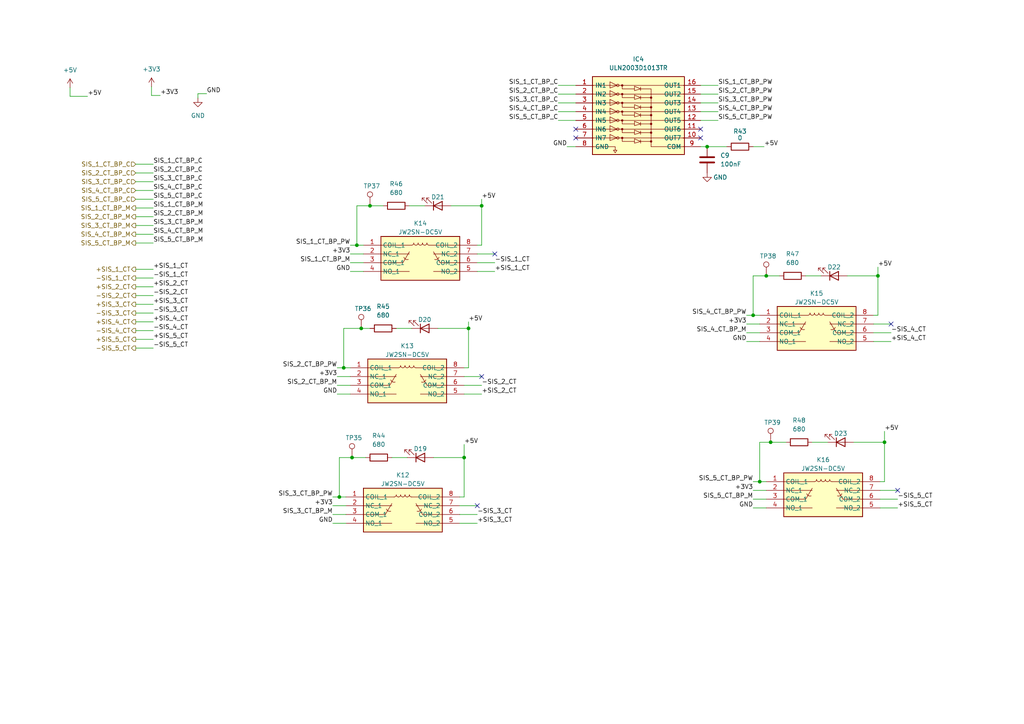
<source format=kicad_sch>
(kicad_sch (version 20211123) (generator eeschema)
  (paper "A4")
  (title_block (title "SAL/T") (date "2024-02-29") (rev "1.2") (company "Universidad de Buenos Aires") (comment 1 "Revisor: Adrian Laiuppa") (comment 2 "Autor: Martín Anús") (comment 3 "Placa principal"))
  (lib_symbols
    (symbol "JW2SN-DC5V_1"
      (property "Reference" "K" (at 16.51 6.35 0))
      (property "Value" "JW2SN-DC5V_1" (at 16.51 3.81 0))
      (symbol "JW2SN-DC5V_1_0_1"
        (polyline (pts (xy 5.08 -7.62) (xy 13.335 -7.62)))
        (polyline (pts (xy 5.08 -5.08) (xy 11.43 -5.08)))
        (polyline (pts (xy 5.08 -2.54) (xy 13.335 -2.54)))
        (polyline (pts (xy 5.08 0) (xy 13.97 0)))
        (polyline (pts (xy 11.43 -5.08) (xy 13.335 -1.905)))
        (polyline (pts (xy 19.05 0) (xy 27.94 0)))
        (polyline (pts (xy 22.225 -5.08) (xy 20.32 -1.905)))
        (polyline (pts (xy 27.94 -7.62) (xy 20.32 -7.62)))
        (polyline (pts (xy 27.94 -5.08) (xy 22.225 -5.08)))
        (polyline (pts (xy 27.94 -2.54) (xy 20.32 -2.54)))
        (arc (start 11.7486 -3.4904) (mid 11.6152 -5.3445) (end 13.0186 -4.1254))
        (arc (start 13.97 0) (mid 15.054 -0.449) (end 14.605 0.635))
        (arc (start 14.605 0.635) (mid 14.156 -0.449) (end 15.24 0))
        (arc (start 15.24 0) (mid 16.324 -0.449) (end 15.875 0.635))
        (arc (start 15.875 0.635) (mid 15.426 -0.449) (end 16.51 0))
        (arc (start 16.51 0) (mid 17.594 -0.449) (end 17.145 0.635))
        (arc (start 17.145 0.635) (mid 16.696 -0.449) (end 17.78 0))
        (arc (start 17.78 0) (mid 18.864 -0.449) (end 18.415 0.635))
        (arc (start 18.415 0.635) (mid 17.966 -0.449) (end 19.05 0))
        (arc (start 20.6375 -4.1275) (mid 22.039 -5.343) (end 21.9075 -3.4925))
      )
      (symbol "JW2SN-DC5V_1_1_1"
        (rectangle (start 5.08 2.54) (end 27.94 -10.16) (stroke (width 0.254)) (fill (type background)))
        (pin passive line (at 0 0 0) (length 5.08) (name "COIL_1") (number "1"))
        (pin passive line (at 0 -2.54 0) (length 5.08) (name "NC_1") (number "2"))
        (pin passive line (at 0 -5.08 0) (length 5.08) (name "COM_1") (number "3"))
        (pin passive line (at 0 -7.62 0) (length 5.08) (name "NO_1") (number "4"))
        (pin passive line (at 33.02 -7.62 180) (length 5.08) (name "NO_2") (number "5"))
        (pin passive line (at 33.02 -5.08 180) (length 5.08) (name "COM_2") (number "6"))
        (pin passive line (at 33.02 -2.54 180) (length 5.08) (name "NC_2") (number "7"))
        (pin passive line (at 33.02 0 180) (length 5.08) (name "COIL_2") (number "8"))
      )
    )
    (symbol "JW2SN-DC5V_2"
      (property "Reference" "K" (at 16.51 6.35 0))
      (property "Value" "JW2SN-DC5V_2" (at 16.51 3.81 0))
      (symbol "JW2SN-DC5V_2_0_1"
        (polyline (pts (xy 5.08 -7.62) (xy 13.335 -7.62)))
        (polyline (pts (xy 5.08 -5.08) (xy 11.43 -5.08)))
        (polyline (pts (xy 5.08 -2.54) (xy 13.335 -2.54)))
        (polyline (pts (xy 5.08 0) (xy 13.97 0)))
        (polyline (pts (xy 11.43 -5.08) (xy 13.335 -1.905)))
        (polyline (pts (xy 19.05 0) (xy 27.94 0)))
        (polyline (pts (xy 22.225 -5.08) (xy 20.32 -1.905)))
        (polyline (pts (xy 27.94 -7.62) (xy 20.32 -7.62)))
        (polyline (pts (xy 27.94 -5.08) (xy 22.225 -5.08)))
        (polyline (pts (xy 27.94 -2.54) (xy 20.32 -2.54)))
        (arc (start 11.7486 -3.4904) (mid 11.6152 -5.3445) (end 13.0186 -4.1254))
        (arc (start 13.97 0) (mid 15.054 -0.449) (end 14.605 0.635))
        (arc (start 14.605 0.635) (mid 14.156 -0.449) (end 15.24 0))
        (arc (start 15.24 0) (mid 16.324 -0.449) (end 15.875 0.635))
        (arc (start 15.875 0.635) (mid 15.426 -0.449) (end 16.51 0))
        (arc (start 16.51 0) (mid 17.594 -0.449) (end 17.145 0.635))
        (arc (start 17.145 0.635) (mid 16.696 -0.449) (end 17.78 0))
        (arc (start 17.78 0) (mid 18.864 -0.449) (end 18.415 0.635))
        (arc (start 18.415 0.635) (mid 17.966 -0.449) (end 19.05 0))
        (arc (start 20.6375 -4.1275) (mid 22.039 -5.343) (end 21.9075 -3.4925))
      )
      (symbol "JW2SN-DC5V_2_1_1"
        (rectangle (start 5.08 2.54) (end 27.94 -10.16) (stroke (width 0.254)) (fill (type background)))
        (pin passive line (at 0 0 0) (length 5.08) (name "COIL_1") (number "1"))
        (pin passive line (at 0 -2.54 0) (length 5.08) (name "NC_1") (number "2"))
        (pin passive line (at 0 -5.08 0) (length 5.08) (name "COM_1") (number "3"))
        (pin passive line (at 0 -7.62 0) (length 5.08) (name "NO_1") (number "4"))
        (pin passive line (at 33.02 -7.62 180) (length 5.08) (name "NO_2") (number "5"))
        (pin passive line (at 33.02 -5.08 180) (length 5.08) (name "COM_2") (number "6"))
        (pin passive line (at 33.02 -2.54 180) (length 5.08) (name "NC_2") (number "7"))
        (pin passive line (at 33.02 0 180) (length 5.08) (name "COIL_2") (number "8"))
      )
    )
    (symbol "JW2SN-DC5V_3"
      (property "Reference" "K" (at 16.51 6.35 0))
      (property "Value" "JW2SN-DC5V_3" (at 16.51 3.81 0))
      (symbol "JW2SN-DC5V_3_0_1"
        (polyline (pts (xy 5.08 -7.62) (xy 13.335 -7.62)))
        (polyline (pts (xy 5.08 -5.08) (xy 11.43 -5.08)))
        (polyline (pts (xy 5.08 -2.54) (xy 13.335 -2.54)))
        (polyline (pts (xy 5.08 0) (xy 13.97 0)))
        (polyline (pts (xy 11.43 -5.08) (xy 13.335 -1.905)))
        (polyline (pts (xy 19.05 0) (xy 27.94 0)))
        (polyline (pts (xy 22.225 -5.08) (xy 20.32 -1.905)))
        (polyline (pts (xy 27.94 -7.62) (xy 20.32 -7.62)))
        (polyline (pts (xy 27.94 -5.08) (xy 22.225 -5.08)))
        (polyline (pts (xy 27.94 -2.54) (xy 20.32 -2.54)))
        (arc (start 11.7486 -3.4904) (mid 11.6152 -5.3445) (end 13.0186 -4.1254))
        (arc (start 13.97 0) (mid 15.054 -0.449) (end 14.605 0.635))
        (arc (start 14.605 0.635) (mid 14.156 -0.449) (end 15.24 0))
        (arc (start 15.24 0) (mid 16.324 -0.449) (end 15.875 0.635))
        (arc (start 15.875 0.635) (mid 15.426 -0.449) (end 16.51 0))
        (arc (start 16.51 0) (mid 17.594 -0.449) (end 17.145 0.635))
        (arc (start 17.145 0.635) (mid 16.696 -0.449) (end 17.78 0))
        (arc (start 17.78 0) (mid 18.864 -0.449) (end 18.415 0.635))
        (arc (start 18.415 0.635) (mid 17.966 -0.449) (end 19.05 0))
        (arc (start 20.6375 -4.1275) (mid 22.039 -5.343) (end 21.9075 -3.4925))
      )
      (symbol "JW2SN-DC5V_3_1_1"
        (rectangle (start 5.08 2.54) (end 27.94 -10.16) (stroke (width 0.254)) (fill (type background)))
        (pin passive line (at 0 0 0) (length 5.08) (name "COIL_1") (number "1"))
        (pin passive line (at 0 -2.54 0) (length 5.08) (name "NC_1") (number "2"))
        (pin passive line (at 0 -5.08 0) (length 5.08) (name "COM_1") (number "3"))
        (pin passive line (at 0 -7.62 0) (length 5.08) (name "NO_1") (number "4"))
        (pin passive line (at 33.02 -7.62 180) (length 5.08) (name "NO_2") (number "5"))
        (pin passive line (at 33.02 -5.08 180) (length 5.08) (name "COM_2") (number "6"))
        (pin passive line (at 33.02 -2.54 180) (length 5.08) (name "NC_2") (number "7"))
        (pin passive line (at 33.02 0 180) (length 5.08) (name "COIL_2") (number "8"))
      )
    )
    (symbol "JW2SN-DC5V_4"
      (property "Reference" "K" (at 16.51 6.35 0))
      (property "Value" "JW2SN-DC5V_4" (at 16.51 3.81 0))
      (symbol "JW2SN-DC5V_4_0_1"
        (polyline (pts (xy 5.08 -7.62) (xy 13.335 -7.62)))
        (polyline (pts (xy 5.08 -5.08) (xy 11.43 -5.08)))
        (polyline (pts (xy 5.08 -2.54) (xy 13.335 -2.54)))
        (polyline (pts (xy 5.08 0) (xy 13.97 0)))
        (polyline (pts (xy 11.43 -5.08) (xy 13.335 -1.905)))
        (polyline (pts (xy 19.05 0) (xy 27.94 0)))
        (polyline (pts (xy 22.225 -5.08) (xy 20.32 -1.905)))
        (polyline (pts (xy 27.94 -7.62) (xy 20.32 -7.62)))
        (polyline (pts (xy 27.94 -5.08) (xy 22.225 -5.08)))
        (polyline (pts (xy 27.94 -2.54) (xy 20.32 -2.54)))
        (arc (start 11.7486 -3.4904) (mid 11.6152 -5.3445) (end 13.0186 -4.1254))
        (arc (start 13.97 0) (mid 15.054 -0.449) (end 14.605 0.635))
        (arc (start 14.605 0.635) (mid 14.156 -0.449) (end 15.24 0))
        (arc (start 15.24 0) (mid 16.324 -0.449) (end 15.875 0.635))
        (arc (start 15.875 0.635) (mid 15.426 -0.449) (end 16.51 0))
        (arc (start 16.51 0) (mid 17.594 -0.449) (end 17.145 0.635))
        (arc (start 17.145 0.635) (mid 16.696 -0.449) (end 17.78 0))
        (arc (start 17.78 0) (mid 18.864 -0.449) (end 18.415 0.635))
        (arc (start 18.415 0.635) (mid 17.966 -0.449) (end 19.05 0))
        (arc (start 20.6375 -4.1275) (mid 22.039 -5.343) (end 21.9075 -3.4925))
      )
      (symbol "JW2SN-DC5V_4_1_1"
        (rectangle (start 5.08 2.54) (end 27.94 -10.16) (stroke (width 0.254)) (fill (type background)))
        (pin passive line (at 0 0 0) (length 5.08) (name "COIL_1") (number "1"))
        (pin passive line (at 0 -2.54 0) (length 5.08) (name "NC_1") (number "2"))
        (pin passive line (at 0 -5.08 0) (length 5.08) (name "COM_1") (number "3"))
        (pin passive line (at 0 -7.62 0) (length 5.08) (name "NO_1") (number "4"))
        (pin passive line (at 33.02 -7.62 180) (length 5.08) (name "NO_2") (number "5"))
        (pin passive line (at 33.02 -5.08 180) (length 5.08) (name "COM_2") (number "6"))
        (pin passive line (at 33.02 -2.54 180) (length 5.08) (name "NC_2") (number "7"))
        (pin passive line (at 33.02 0 180) (length 5.08) (name "COIL_2") (number "8"))
      )
    )
    (symbol "power:+3V3" (power) (pin_names (offset 0))
      (property "Value" "+3V3" (at 0 3.556 0))
      (symbol "+3V3_0_1"
        (polyline (pts (xy -0.762 1.27) (xy 0 2.54)))
        (polyline (pts (xy 0 0) (xy 0 2.54)))
        (polyline (pts (xy 0 2.54) (xy 0.762 1.27)))
      )
      (symbol "+3V3_1_1"
        (pin power_in line (at 0 0 90) (length 0) hide (name "+3V3") (number "1"))
      )
    )
    (symbol "power:+5V" (power) (pin_names (offset 0))
      (property "Value" "+5V" (at 0 3.556 0))
      (symbol "+5V_0_1"
        (polyline (pts (xy -0.762 1.27) (xy 0 2.54)))
        (polyline (pts (xy 0 0) (xy 0 2.54)))
        (polyline (pts (xy 0 2.54) (xy 0.762 1.27)))
      )
      (symbol "+5V_1_1"
        (pin power_in line (at 0 0 90) (length 0) hide (name "+5V") (number "1"))
      )
    )
    (symbol "power:GND" (power) (pin_names (offset 0))
      (property "Value" "GND" (at 0 -3.81 0))
      (symbol "GND_0_1"
        (polyline (pts (xy 0 0) (xy 0 -1.27) (xy 1.27 -1.27) (xy 0 -2.54) (xy -1.27 -1.27) (xy 0 -1.27)))
      )
      (symbol "GND_1_1"
        (pin power_in line (at 0 0 270) (length 0) hide (name "GND") (number "1"))
      )
    )
    (symbol "salt:C_100nF" (pin_numbers hide) (pin_names (offset 0.254))
      (property "Reference" "C" (at 0.635 2.54 0))
      (property "Value" "C_100nF" (at 0.635 -2.54 0))
      (symbol "C_100nF_0_1"
        (polyline (pts (xy -2.032 -0.762) (xy 2.032 -0.762)) (stroke (width 0.508)))
        (polyline (pts (xy -2.032 0.762) (xy 2.032 0.762)) (stroke (width 0.508)))
      )
      (symbol "C_100nF_1_1"
        (pin passive line (at 0 3.81 270) (length 2.794) (name "~") (number "1"))
        (pin passive line (at 0 -3.81 90) (length 2.794) (name "~") (number "2"))
      )
    )
    (symbol "salt:JW2SN-DC5V"
      (property "Reference" "K" (at 16.51 6.35 0))
      (property "Value" "JW2SN-DC5V" (at 16.51 3.81 0))
      (symbol "JW2SN-DC5V_0_1"
        (polyline (pts (xy 5.08 -7.62) (xy 13.335 -7.62)))
        (polyline (pts (xy 5.08 -5.08) (xy 11.43 -5.08)))
        (polyline (pts (xy 5.08 -2.54) (xy 13.335 -2.54)))
        (polyline (pts (xy 5.08 0) (xy 13.97 0)))
        (polyline (pts (xy 11.43 -5.08) (xy 13.335 -1.905)))
        (polyline (pts (xy 19.05 0) (xy 27.94 0)))
        (polyline (pts (xy 22.225 -5.08) (xy 20.32 -1.905)))
        (polyline (pts (xy 27.94 -7.62) (xy 20.32 -7.62)))
        (polyline (pts (xy 27.94 -5.08) (xy 22.225 -5.08)))
        (polyline (pts (xy 27.94 -2.54) (xy 20.32 -2.54)))
        (arc (start 11.7486 -3.4904) (mid 11.6152 -5.3445) (end 13.0186 -4.1254))
        (arc (start 13.97 0) (mid 15.054 -0.449) (end 14.605 0.635))
        (arc (start 14.605 0.635) (mid 14.156 -0.449) (end 15.24 0))
        (arc (start 15.24 0) (mid 16.324 -0.449) (end 15.875 0.635))
        (arc (start 15.875 0.635) (mid 15.426 -0.449) (end 16.51 0))
        (arc (start 16.51 0) (mid 17.594 -0.449) (end 17.145 0.635))
        (arc (start 17.145 0.635) (mid 16.696 -0.449) (end 17.78 0))
        (arc (start 17.78 0) (mid 18.864 -0.449) (end 18.415 0.635))
        (arc (start 18.415 0.635) (mid 17.966 -0.449) (end 19.05 0))
        (arc (start 20.6375 -4.1275) (mid 22.039 -5.343) (end 21.9075 -3.4925))
      )
      (symbol "JW2SN-DC5V_1_1"
        (rectangle (start 5.08 2.54) (end 27.94 -10.16) (stroke (width 0.254)) (fill (type background)))
        (pin passive line (at 0 0 0) (length 5.08) (name "COIL_1") (number "1"))
        (pin passive line (at 0 -2.54 0) (length 5.08) (name "NC_1") (number "2"))
        (pin passive line (at 0 -5.08 0) (length 5.08) (name "COM_1") (number "3"))
        (pin passive line (at 0 -7.62 0) (length 5.08) (name "NO_1") (number "4"))
        (pin passive line (at 33.02 -7.62 180) (length 5.08) (name "NO_2") (number "5"))
        (pin passive line (at 33.02 -5.08 180) (length 5.08) (name "COM_2") (number "6"))
        (pin passive line (at 33.02 -2.54 180) (length 5.08) (name "NC_2") (number "7"))
        (pin passive line (at 33.02 0 180) (length 5.08) (name "COIL_2") (number "8"))
      )
    )
    (symbol "salt:LED" (pin_numbers hide) (pin_names (offset 1.016) hide)
      (property "Reference" "D" (at 0 2.54 0))
      (symbol "LED_0_1"
        (polyline (pts (xy -1.27 -1.27) (xy -1.27 1.27)) (stroke (width 0.254)))
        (polyline (pts (xy -1.27 0) (xy 1.27 0)))
        (polyline (pts (xy 1.27 -1.27) (xy 1.27 1.27) (xy -1.27 0) (xy 1.27 -1.27)) (stroke (width 0.254)))
        (polyline (pts (xy -3.048 -0.762) (xy -4.572 -2.286) (xy -3.81 -2.286) (xy -4.572 -2.286) (xy -4.572 -1.524)))
        (polyline (pts (xy -1.778 -0.762) (xy -3.302 -2.286) (xy -2.54 -2.286) (xy -3.302 -2.286) (xy -3.302 -1.524)))
      )
      (symbol "LED_1_1"
        (pin passive line (at -3.81 0 0) (length 2.54) (name "K") (number "1"))
        (pin passive line (at 3.81 0 180) (length 2.54) (name "A") (number "2"))
      )
    )
    (symbol "salt:R_0" (pin_numbers hide) (pin_names (offset 1.016) hide)
      (property "Reference" "R" (at -2.032 1.524 0))
      (property "Value" "R_0" (at -4.318 -0.254 0))
      (symbol "R_0_0_1"
        (rectangle (start -1.016 -2.54) (end 1.016 2.54) (stroke (width 0.254)))
      )
      (symbol "R_0_1_1"
        (pin passive line (at 0 3.81 270) (length 1.27) (name "~") (number "1"))
        (pin passive line (at 0 -3.81 90) (length 1.27) (name "~") (number "2"))
      )
    )
    (symbol "salt:R_680" (pin_numbers hide) (pin_names (offset 1.016) hide)
      (property "Reference" "R" (at -2.032 1.524 0))
      (property "Value" "R_680" (at -4.318 -0.254 0))
      (symbol "R_680_0_1"
        (rectangle (start -1.016 -2.54) (end 1.016 2.54) (stroke (width 0.254)))
      )
      (symbol "R_680_1_1"
        (pin passive line (at 0 3.81 270) (length 1.27) (name "~") (number "1"))
        (pin passive line (at 0 -3.81 90) (length 1.27) (name "~") (number "2"))
      )
    )
    (symbol "salt:TestPoint" (pin_numbers hide) (pin_names (offset 0.762) hide)
      (property "Reference" "TP" (at 0 6.858 0))
      (property "Value" "TestPoint" (at 0 5.08 0))
      (symbol "TestPoint_0_1"
        (circle (center 0 3.302) (radius 0.762))
      )
      (symbol "TestPoint_1_1"
        (pin passive line (at 0 0 90) (length 2.54) (name "1") (number "1"))
      )
    )
    (symbol "salt:ULN2003D1013TR"
      (property "Reference" "IC" (at 27.178 5.588 0))
      (property "Value" "ULN2003D1013TR" (at 28.194 3.556 0))
      (symbol "ULN2003D1013TR_0_0"
        (text "" (at 10.922 -13.208 0) (effects (font (size 1.27 1.27))))
      )
      (symbol "ULN2003D1013TR_0_1"
        (polyline (pts (xy 4.826 0) (xy 30.988 0)))
        (polyline (pts (xy 5.08 -15.24) (xy 31.496 -15.24)))
        (polyline (pts (xy 5.08 -12.7) (xy 31.242 -12.7)))
        (polyline (pts (xy 5.08 -10.16) (xy 31.242 -10.16)))
        (polyline (pts (xy 5.08 -7.62) (xy 31.242 -7.62)))
        (polyline (pts (xy 5.08 -5.08) (xy 31.242 -5.08)))
        (polyline (pts (xy 5.08 -2.54) (xy 31.242 -2.54)))
        (polyline (pts (xy 18.542 -8.636) (xy 21.59 -8.636)))
        (polyline (pts (xy 18.542 -6.35) (xy 21.59 -6.35)))
        (polyline (pts (xy 18.796 -16.256) (xy 21.844 -16.256)))
        (polyline (pts (xy 18.796 -15.748) (xy 18.796 -16.764)))
        (polyline (pts (xy 18.796 -13.716) (xy 21.844 -13.716)))
        (polyline (pts (xy 18.796 -13.208) (xy 18.796 -14.224)))
        (polyline (pts (xy 18.796 -11.176) (xy 21.844 -11.176)))
        (polyline (pts (xy 18.796 -10.668) (xy 18.796 -11.684)))
        (polyline (pts (xy 18.796 -8.128) (xy 18.796 -9.144)))
        (polyline (pts (xy 18.796 -5.842) (xy 18.796 -6.858)))
        (polyline (pts (xy 18.796 -3.556) (xy 21.844 -3.556)))
        (polyline (pts (xy 18.796 -3.048) (xy 18.796 -4.064)))
        (polyline (pts (xy 18.796 -0.508) (xy 18.796 -1.524)))
        (polyline (pts (xy 21.844 -17.78) (xy 31.496 -17.78)))
        (polyline (pts (xy 5.08 -17.78) (xy 11.43 -17.78) (xy 11.43 -18.796)))
        (polyline (pts (xy 13.462 -15.24) (xy 13.462 -16.256) (xy 17.018 -16.256)))
        (polyline (pts (xy 13.462 -12.7) (xy 13.462 -13.716) (xy 17.018 -13.716)))
        (polyline (pts (xy 13.462 -10.16) (xy 13.462 -11.176) (xy 17.018 -11.176)))
        (polyline (pts (xy 13.462 -7.62) (xy 13.462 -8.636) (xy 17.018 -8.636)))
        (polyline (pts (xy 13.462 -5.334) (xy 13.462 -6.35) (xy 17.018 -6.35)))
        (polyline (pts (xy 13.462 -2.54) (xy 13.462 -3.556) (xy 17.018 -3.556)))
        (polyline (pts (xy 13.462 0) (xy 13.462 -1.016) (xy 17.018 -1.016)))
        (polyline (pts (xy 21.844 -17.78) (xy 21.844 -1.016) (xy 18.796 -1.016)))
        (polyline (pts (xy 9.906 -14.224) (xy 9.906 -16.002) (xy 11.938 -15.24) (xy 9.906 -14.224)))
        (polyline (pts (xy 9.906 -11.684) (xy 9.906 -13.462) (xy 11.938 -12.7) (xy 9.906 -11.684)))
        (polyline (pts (xy 9.906 -9.144) (xy 9.906 -10.922) (xy 11.938 -10.16) (xy 9.906 -9.144)))
        (polyline (pts (xy 9.906 -6.604) (xy 9.906 -8.382) (xy 11.938 -7.62) (xy 9.906 -6.604)))
        (polyline (pts (xy 9.906 -4.064) (xy 9.906 -5.842) (xy 11.938 -5.08) (xy 9.906 -4.064)))
        (polyline (pts (xy 9.906 -1.524) (xy 9.906 -3.302) (xy 11.938 -2.54) (xy 9.906 -1.524)))
        (polyline (pts (xy 9.906 1.016) (xy 9.906 -0.762) (xy 11.938 0) (xy 9.906 1.016)))
        (polyline (pts (xy 10.922 -18.796) (xy 11.938 -18.796) (xy 11.43 -19.558) (xy 10.922 -18.796)))
        (polyline (pts (xy 17.018 -15.494) (xy 17.018 -16.764) (xy 18.796 -16.256) (xy 17.018 -15.494)))
        (polyline (pts (xy 17.018 -12.954) (xy 17.018 -14.224) (xy 18.796 -13.716) (xy 17.018 -12.954)))
        (polyline (pts (xy 17.018 -10.414) (xy 17.018 -11.684) (xy 18.796 -11.176) (xy 17.018 -10.414)))
        (polyline (pts (xy 17.018 -7.874) (xy 17.018 -9.144) (xy 18.796 -8.636) (xy 17.018 -7.874)))
        (polyline (pts (xy 17.018 -5.588) (xy 17.018 -6.858) (xy 18.796 -6.35) (xy 17.018 -5.588)))
        (polyline (pts (xy 17.018 -2.794) (xy 17.018 -4.064) (xy 18.796 -3.556) (xy 17.018 -2.794)))
        (polyline (pts (xy 17.018 -0.254) (xy 17.018 -1.524) (xy 18.796 -1.016) (xy 17.018 -0.254)))
        (circle (center 12.192 -15.24) (radius 0.3592))
        (circle (center 12.192 -12.7) (radius 0.3592))
        (circle (center 12.192 -10.16) (radius 0.3592))
        (circle (center 12.192 -7.62) (radius 0.3592))
        (circle (center 12.192 -5.08) (radius 0.3592))
        (circle (center 12.192 -2.54) (radius 0.3592))
        (circle (center 12.192 0) (radius 0.3592))
        (circle (center 13.462 -15.24) (radius 0.254) (fill (type outline)))
        (circle (center 13.462 -12.7) (radius 0.254) (fill (type outline)))
        (circle (center 13.462 -10.16) (radius 0.254) (fill (type outline)))
        (circle (center 13.462 -7.62) (radius 0.254) (fill (type outline)))
        (circle (center 13.462 -5.08) (radius 0.254) (fill (type outline)))
        (circle (center 13.462 -2.54) (radius 0.254) (fill (type outline)))
        (circle (center 13.462 0) (radius 0.254) (fill (type outline)))
        (circle (center 21.844 -16.256) (radius 0.254) (fill (type outline)))
        (circle (center 21.844 -13.716) (radius 0.254) (fill (type outline)))
        (circle (center 21.844 -11.176) (radius 0.254) (fill (type outline)))
        (circle (center 21.844 -8.636) (radius 0.254) (fill (type outline)))
        (circle (center 21.844 -6.35) (radius 0.254) (fill (type outline)))
        (circle (center 21.844 -3.556) (radius 0.254) (fill (type outline)))
      )
      (symbol "ULN2003D1013TR_1_1"
        (rectangle (start 4.826 2.54) (end 31.496 -20.066) (stroke (width 0.254)) (fill (type background)))
        (pin passive line (at 0 0 0) (length 5.08) (name "IN1") (number "1"))
        (pin passive line (at 36.195 -15.24 180) (length 5.08) (name "OUT7") (number "10"))
        (pin passive line (at 36.195 -12.7 180) (length 5.08) (name "OUT6") (number "11"))
        (pin passive line (at 36.195 -10.16 180) (length 5.08) (name "OUT5") (number "12"))
        (pin passive line (at 36.195 -7.62 180) (length 5.08) (name "OUT4") (number "13"))
        (pin passive line (at 36.195 -5.08 180) (length 5.08) (name "OUT3") (number "14"))
        (pin passive line (at 36.195 -2.54 180) (length 5.08) (name "OUT2") (number "15"))
        (pin passive line (at 36.195 0 180) (length 5.08) (name "OUT1") (number "16"))
        (pin passive line (at 0 -2.54 0) (length 5.08) (name "IN2") (number "2"))
        (pin passive line (at 0 -5.08 0) (length 5.08) (name "IN3") (number "3"))
        (pin passive line (at 0 -7.62 0) (length 5.08) (name "IN4") (number "4"))
        (pin passive line (at 0 -10.16 0) (length 5.08) (name "IN5") (number "5"))
        (pin passive line (at 0 -12.7 0) (length 5.08) (name "IN6") (number "6"))
        (pin passive line (at 0 -15.24 0) (length 5.08) (name "IN7") (number "7"))
        (pin passive line (at 0 -17.78 0) (length 5.08) (name "GND") (number "8"))
        (pin passive line (at 36.195 -17.78 180) (length 5.08) (name "COM") (number "9"))
      )
    )
  )
  (junction (at 103.505 71.12))
  (junction (at 107.315 59.69))
  (junction (at 218.44 91.44))
  (junction (at 99.695 106.68))
  (junction (at 223.52 128.27))
  (junction (at 205.105 42.545))
  (junction (at 222.25 80.01))
  (junction (at 135.89 95.25))
  (junction (at 104.775 95.25))
  (junction (at 139.7 59.69))
  (junction (at 220.345 139.7))
  (junction (at 102.1051 132.715))
  (junction (at 254.635 80.01))
  (junction (at 134.62 132.715))
  (junction (at 256.54 128.27))
  (junction (at 98.425 144.145))
  (no_connect (at 203.2 37.465))
  (no_connect (at 143.51 73.66))
  (no_connect (at 167.005 40.005))
  (no_connect (at 203.2 40.005))
  (no_connect (at 138.43 146.685))
  (no_connect (at 139.7 109.22))
  (no_connect (at 260.35 142.24))
  (no_connect (at 258.445 93.98))
  (no_connect (at 167.005 37.465))
  (wire (pts (xy 43.942 27.686) (xy 46.482 27.686)))
  (wire (pts (xy 138.43 76.2) (xy 143.51 76.2)))
  (wire (pts (xy 256.54 125.095) (xy 256.54 128.27)))
  (wire (pts (xy 101.6 73.66) (xy 105.41 73.66)))
  (wire (pts (xy 133.35 146.685) (xy 138.43 146.685)))
  (wire (pts (xy 96.52 149.225) (xy 100.33 149.225)))
  (wire (pts (xy 133.35 149.225) (xy 138.43 149.225)))
  (wire (pts (xy 125.73 132.715) (xy 134.62 132.715)))
  (wire (pts (xy 216.535 93.98) (xy 220.345 93.98)))
  (wire (pts (xy 139.7 57.785) (xy 139.7 59.69)))
  (wire (pts (xy 138.43 71.12) (xy 139.7 71.12)))
  (wire (pts (xy 218.44 91.44) (xy 220.345 91.44)))
  (wire (pts (xy 39.37 85.725) (xy 44.45 85.725)))
  (wire (pts (xy 104.775 95.25) (xy 107.315 95.25)))
  (wire (pts (xy 96.52 144.145) (xy 98.425 144.145)))
  (wire (pts (xy 101.6 76.2) (xy 105.41 76.2)))
  (wire (pts (xy 254.635 80.01) (xy 254.635 91.44)))
  (wire (pts (xy 220.345 139.7) (xy 222.25 139.7)))
  (wire (pts (xy 39.37 60.325) (xy 44.45 60.325)))
  (wire (pts (xy 103.505 59.69) (xy 107.315 59.69)))
  (wire (pts (xy 118.745 59.69) (xy 123.19 59.69)))
  (wire (pts (xy 134.62 109.22) (xy 139.7 109.22)))
  (wire (pts (xy 216.535 99.06) (xy 220.345 99.06)))
  (wire (pts (xy 167.005 27.305) (xy 161.925 27.305)))
  (wire (pts (xy 39.37 88.265) (xy 44.45 88.265)))
  (wire (pts (xy 245.745 80.01) (xy 254.635 80.01)))
  (wire (pts (xy 203.2 34.925) (xy 208.28 34.925)))
  (wire (pts (xy 135.89 93.345) (xy 135.89 95.25)))
  (wire (pts (xy 134.62 106.68) (xy 135.89 106.68)))
  (wire (pts (xy 97.79 109.22) (xy 101.6 109.22)))
  (wire (pts (xy 39.37 100.965) (xy 44.45 100.965)))
  (wire (pts (xy 98.425 144.145) (xy 100.33 144.145)))
  (wire (pts (xy 134.62 128.905) (xy 134.62 132.715)))
  (wire (pts (xy 139.7 59.69) (xy 139.7 71.12)))
  (wire (pts (xy 98.425 132.715) (xy 98.425 144.145)))
  (wire (pts (xy 218.44 80.01) (xy 218.44 91.44)))
  (wire (pts (xy 39.37 78.105) (xy 44.45 78.105)))
  (wire (pts (xy 39.37 65.405) (xy 44.45 65.405)))
  (wire (pts (xy 39.37 62.865) (xy 44.45 62.865)))
  (wire (pts (xy 255.27 142.24) (xy 260.35 142.24)))
  (wire (pts (xy 218.44 139.7) (xy 220.345 139.7)))
  (wire (pts (xy 107.315 59.69) (xy 111.125 59.69)))
  (wire (pts (xy 167.005 32.385) (xy 161.925 32.385)))
  (wire (pts (xy 99.695 95.25) (xy 104.775 95.25)))
  (wire (pts (xy 39.37 47.625) (xy 44.45 47.625)))
  (wire (pts (xy 223.52 128.27) (xy 227.965 128.27)))
  (wire (pts (xy 99.695 106.68) (xy 101.6 106.68)))
  (wire (pts (xy 218.44 142.24) (xy 222.25 142.24)))
  (wire (pts (xy 39.37 50.165) (xy 44.45 50.165)))
  (wire (pts (xy 256.54 128.27) (xy 256.54 139.7)))
  (wire (pts (xy 216.535 96.52) (xy 220.345 96.52)))
  (wire (pts (xy 39.37 70.485) (xy 44.45 70.485)))
  (wire (pts (xy 203.2 42.545) (xy 205.105 42.545)))
  (wire (pts (xy 218.44 80.01) (xy 222.25 80.01)))
  (wire (pts (xy 99.695 95.25) (xy 99.695 106.68)))
  (wire (pts (xy 220.345 128.27) (xy 220.345 139.7)))
  (wire (pts (xy 218.44 144.78) (xy 222.25 144.78)))
  (wire (pts (xy 101.6 78.74) (xy 105.41 78.74)))
  (wire (pts (xy 96.52 146.685) (xy 100.33 146.685)))
  (wire (pts (xy 130.81 59.69) (xy 139.7 59.69)))
  (wire (pts (xy 205.105 42.545) (xy 210.82 42.545)))
  (wire (pts (xy 39.37 80.645) (xy 44.45 80.645)))
  (wire (pts (xy 39.37 57.785) (xy 44.45 57.785)))
  (wire (pts (xy 103.505 59.69) (xy 103.505 71.12)))
  (wire (pts (xy 253.365 96.52) (xy 258.445 96.52)))
  (wire (pts (xy 253.365 93.98) (xy 258.445 93.98)))
  (wire (pts (xy 233.68 80.01) (xy 238.125 80.01)))
  (wire (pts (xy 203.2 24.765) (xy 208.28 24.765)))
  (wire (pts (xy 39.37 83.185) (xy 44.45 83.185)))
  (wire (pts (xy 255.27 144.78) (xy 260.35 144.78)))
  (wire (pts (xy 20.32 25.4) (xy 20.32 27.94)))
  (wire (pts (xy 57.404 28.448) (xy 57.404 27.178)))
  (wire (pts (xy 39.37 93.345) (xy 44.45 93.345)))
  (wire (pts (xy 222.25 80.01) (xy 226.06 80.01)))
  (wire (pts (xy 216.535 91.44) (xy 218.44 91.44)))
  (wire (pts (xy 57.404 27.178) (xy 59.944 27.178)))
  (wire (pts (xy 220.345 128.27) (xy 223.52 128.27)))
  (wire (pts (xy 203.2 29.845) (xy 208.28 29.845)))
  (wire (pts (xy 253.365 99.06) (xy 258.445 99.06)))
  (wire (pts (xy 39.37 67.945) (xy 44.45 67.945)))
  (wire (pts (xy 255.27 147.32) (xy 260.35 147.32)))
  (wire (pts (xy 254.635 77.47) (xy 254.635 80.01)))
  (wire (pts (xy 20.32 27.94) (xy 25.4 27.94)))
  (wire (pts (xy 133.35 151.765) (xy 138.43 151.765)))
  (wire (pts (xy 97.79 111.76) (xy 101.6 111.76)))
  (wire (pts (xy 97.79 106.68) (xy 99.695 106.68)))
  (wire (pts (xy 114.935 95.25) (xy 119.38 95.25)))
  (wire (pts (xy 39.37 52.705) (xy 44.45 52.705)))
  (wire (pts (xy 134.62 114.3) (xy 139.7 114.3)))
  (wire (pts (xy 218.44 147.32) (xy 222.25 147.32)))
  (wire (pts (xy 113.665 132.715) (xy 118.11 132.715)))
  (wire (pts (xy 98.425 132.715) (xy 102.1051 132.715)))
  (wire (pts (xy 103.505 71.12) (xy 105.41 71.12)))
  (wire (pts (xy 203.2 32.385) (xy 208.28 32.385)))
  (wire (pts (xy 218.44 42.545) (xy 221.615 42.545)))
  (wire (pts (xy 235.585 128.27) (xy 240.03 128.27)))
  (wire (pts (xy 97.79 114.3) (xy 101.6 114.3)))
  (wire (pts (xy 164.465 42.545) (xy 167.005 42.545)))
  (wire (pts (xy 134.62 111.76) (xy 139.7 111.76)))
  (wire (pts (xy 133.35 144.145) (xy 134.62 144.145)))
  (wire (pts (xy 127 95.25) (xy 135.89 95.25)))
  (wire (pts (xy 43.942 25.146) (xy 43.942 27.686)))
  (wire (pts (xy 39.37 55.245) (xy 44.45 55.245)))
  (wire (pts (xy 167.005 29.845) (xy 161.925 29.845)))
  (wire (pts (xy 138.43 73.66) (xy 143.51 73.66)))
  (wire (pts (xy 96.52 151.765) (xy 100.33 151.765)))
  (wire (pts (xy 167.005 34.925) (xy 161.925 34.925)))
  (wire (pts (xy 255.27 139.7) (xy 256.54 139.7)))
  (wire (pts (xy 39.37 95.885) (xy 44.45 95.885)))
  (wire (pts (xy 253.365 91.44) (xy 254.635 91.44)))
  (wire (pts (xy 39.37 98.425) (xy 44.45 98.425)))
  (wire (pts (xy 102.1051 132.715) (xy 106.045 132.715)))
  (wire (pts (xy 167.005 24.765) (xy 161.925 24.765)))
  (wire (pts (xy 247.65 128.27) (xy 256.54 128.27)))
  (wire (pts (xy 101.6 71.12) (xy 103.505 71.12)))
  (wire (pts (xy 135.89 95.25) (xy 135.89 106.68)))
  (wire (pts (xy 138.43 78.74) (xy 143.51 78.74)))
  (wire (pts (xy 203.2 27.305) (xy 208.28 27.305)))
  (wire (pts (xy 39.37 90.805) (xy 44.45 90.805)))
  (wire (pts (xy 134.62 132.715) (xy 134.62 144.145)))
  (label "SIS_2_CT_BP_PW" (at 97.79 106.68 180))
  (label "SIS_1_CT_BP_C" (at 44.45 47.625 0))
  (label "+5V" (at 256.54 125.095 0))
  (label "SIS_2_CT_BP_C" (at 161.925 27.305 180))
  (label "SIS_4_CT_BP_M" (at 44.45 67.945 0))
  (label "SIS_4_CT_BP_PW" (at 208.28 32.385 0))
  (label "-SIS_1_CT" (at 44.45 80.645 0))
  (label "SIS_5_CT_BP_M" (at 218.44 144.78 180))
  (label "SIS_5_CT_BP_M" (at 44.45 70.485 0))
  (label "SIS_1_CT_BP_M" (at 44.45 60.325 0))
  (label "SIS_4_CT_BP_PW" (at 216.535 91.44 180))
  (label "GND" (at 97.79 114.3 180))
  (label "+5V" (at 134.62 128.905 0))
  (label "+5V" (at 135.89 93.345 0))
  (label "SIS_4_CT_BP_C" (at 161.925 32.385 180))
  (label "-SIS_3_CT" (at 138.43 149.225 0))
  (label "+SIS_5_CT" (at 260.35 147.32 0))
  (label "+SIS_5_CT" (at 44.45 98.425 0))
  (label "+5V" (at 254.635 77.47 0))
  (label "+SIS_2_CT" (at 139.7 114.3 0))
  (label "-SIS_4_CT" (at 258.445 96.52 0))
  (label "+5V" (at 139.7 57.785 0))
  (label "-SIS_2_CT" (at 44.45 85.725 0))
  (label "SIS_2_CT_BP_PW" (at 208.28 27.305 0))
  (label "+3V3" (at 96.52 146.685 180))
  (label "SIS_1_CT_BP_C" (at 161.925 24.765 180))
  (label "+SIS_3_CT" (at 44.45 88.265 0))
  (label "-SIS_5_CT" (at 44.45 100.965 0))
  (label "SIS_5_CT_BP_PW" (at 208.28 34.925 0))
  (label "SIS_3_CT_BP_PW" (at 96.52 144.145 180))
  (label "SIS_3_CT_BP_PW" (at 208.28 29.845 0))
  (label "SIS_1_CT_BP_PW" (at 101.6 71.12 180))
  (label "+SIS_1_CT" (at 44.45 78.105 0))
  (label "SIS_5_CT_BP_C" (at 161.925 34.925 180))
  (label "+5V" (at 25.4 27.94 0))
  (label "+3V3" (at 218.44 142.24 180))
  (label "GND" (at 96.52 151.765 180))
  (label "SIS_5_CT_BP_C" (at 44.45 57.785 0))
  (label "+SIS_1_CT" (at 143.51 78.74 0))
  (label "GND" (at 101.6 78.74 180))
  (label "SIS_2_CT_BP_M" (at 97.79 111.76 180))
  (label "+3V3" (at 216.535 93.98 180))
  (label "SIS_3_CT_BP_M" (at 44.45 65.405 0))
  (label "-SIS_2_CT" (at 139.7 111.76 0))
  (label "SIS_3_CT_BP_M" (at 96.52 149.225 180))
  (label "GND" (at 218.44 147.32 180))
  (label "+SIS_4_CT" (at 258.445 99.06 0))
  (label "+5V" (at 221.615 42.545 0))
  (label "SIS_4_CT_BP_C" (at 44.45 55.245 0))
  (label "-SIS_4_CT" (at 44.45 95.885 0))
  (label "SIS_2_CT_BP_C" (at 44.45 50.165 0))
  (label "-SIS_1_CT" (at 143.51 76.2 0))
  (label "+3V3" (at 101.6 73.66 180))
  (label "SIS_5_CT_BP_PW" (at 218.44 139.7 180))
  (label "+SIS_3_CT" (at 138.43 151.765 0))
  (label "SIS_2_CT_BP_M" (at 44.45 62.865 0))
  (label "SIS_3_CT_BP_C" (at 161.925 29.845 180))
  (label "GND" (at 216.535 99.06 180))
  (label "SIS_3_CT_BP_C" (at 44.45 52.705 0))
  (label "-SIS_3_CT" (at 44.45 90.805 0))
  (label "GND" (at 164.465 42.545 180))
  (label "+3V3" (at 97.79 109.22 180))
  (label "-SIS_5_CT" (at 260.35 144.78 0))
  (label "+SIS_2_CT" (at 44.45 83.185 0))
  (label "+SIS_4_CT" (at 44.45 93.345 0))
  (label "GND" (at 59.944 27.178 0))
  (label "+3V3" (at 46.482 27.686 0))
  (label "SIS_1_CT_BP_M" (at 101.6 76.2 180))
  (label "SIS_4_CT_BP_M" (at 216.535 96.52 180))
  (label "SIS_1_CT_BP_PW" (at 208.28 24.765 0))
  (hierarchical_label "-SIS_2_CT" (shape output) (at 39.37 85.725 180))
  (hierarchical_label "SIS_2_CT_BP_C" (shape input) (at 39.37 50.165 180))
  (hierarchical_label "SIS_5_CT_BP_C" (shape input) (at 39.37 57.785 180))
  (hierarchical_label "SIS_5_CT_BP_M" (shape output) (at 39.37 70.485 180))
  (hierarchical_label "SIS_4_CT_BP_M" (shape output) (at 39.37 67.945 180))
  (hierarchical_label "SIS_3_CT_BP_M" (shape output) (at 39.37 65.405 180))
  (hierarchical_label "SIS_1_CT_BP_M" (shape output) (at 39.37 60.325 180))
  (hierarchical_label "+SIS_1_CT" (shape output) (at 39.37 78.105 180))
  (hierarchical_label "-SIS_5_CT" (shape output) (at 39.37 100.965 180))
  (hierarchical_label "+SIS_5_CT" (shape output) (at 39.37 98.425 180))
  (hierarchical_label "-SIS_3_CT" (shape output) (at 39.37 90.805 180))
  (hierarchical_label "SIS_3_CT_BP_C" (shape input) (at 39.37 52.705 180))
  (hierarchical_label "-SIS_4_CT" (shape output) (at 39.37 95.885 180))
  (hierarchical_label "SIS_1_CT_BP_C" (shape input) (at 39.37 47.625 180))
  (hierarchical_label "+SIS_2_CT" (shape output) (at 39.37 83.185 180))
  (hierarchical_label "SIS_2_CT_BP_M" (shape output) (at 39.37 62.865 180))
  (hierarchical_label "-SIS_1_CT" (shape output) (at 39.37 80.645 180))
  (hierarchical_label "SIS_4_CT_BP_C" (shape input) (at 39.37 55.245 180))
  (hierarchical_label "+SIS_3_CT" (shape output) (at 39.37 88.265 180))
  (hierarchical_label "+SIS_4_CT" (shape output) (at 39.37 93.345 180))
  (symbol (lib_id "salt:JW2SN-DC5V") (at 220.345 91.44 0) (unit 1)
    (property "Reference" "K15" (at 236.855 85.09 0))
    (property "Value" "JW2SN-DC5V" (at 236.855 87.63 0))
    (property "Footprint" "salt:JW2SNDC5V" (effects hide))
    (property "Datasheet" "https://www3.panasonic.biz/ac/e_download/control/relay/power/catalog/mech_eng_jw.pdf" (effects hide))
    (property "Height" "20" (effects hide))
    (property "Mouser Part Number" "769-JW2SN-DC5V" (effects hide))
    (property "Mouser Price/Stock" "https://www.mouser.co.uk/ProductDetail/Panasonic-Industrial-Devices/JW2SN-DC5V?qs=HLLy2pIPwuus9vgayzgjwA%3D%3D" (effects hide))
    (property "Manufacturer_Name" "Panasonic" (effects hide))
    (property "Manufacturer_Part_Number" "JW2SN-DC5V" (effects hide))
  )
  (symbol (lib_id "salt:R_680") (at 109.855 132.715 270) (unit 1)
    (property "Reference" "R44" (at 109.855 126.365 90))
    (property "Value" "680" (at 109.855 128.905 90))
    (property "Footprint" "Resistor_SMD:R_0805_2012Metric_Pad1.20x1.40mm_HandSolder" (effects hide))
    (property "Datasheet" "https://ar.mouser.com/datasheet/2/447/PYu_RC_Group_51_RoHS_L_11-1984063.pdf" (effects hide))
    (property "Mouser Part Number" "603-RC0805FR-13680RL" (effects hide))
    (property "Mouser Price/Stock" "https://ar.mouser.com/ProductDetail/YAGEO/RC0805FR-13680RL?qs=m6lXFsvg5e3C9RY8lrBC%2Fw%3D%3D" (effects hide))
    (property "Manufacturer_Name" "YAGEO" (effects hide))
    (property "Manufacturer_Part_Number" "RC0805FR-13680RL" (effects hide))
  )
  (symbol (lib_id "salt:TestPoint") (at 107.315 59.69 0) (unit 1)
    (property "Reference" "TP37" (at 105.41 53.975 0) (effects (justify left)))
    (property "Value" "TestPoint" (effects hide))
    (property "Footprint" "salt:testpoint" (effects hide))
  )
  (symbol (lib_id "salt:LED") (at 241.935 80.01 0) (mirror x) (unit 1)
    (property "Reference" "D22" (at 241.935 77.47 0))
    (property "Value" "LED" (effects hide))
    (property "Footprint" "LED_SMD:LED_0805_2012Metric_Pad1.15x1.40mm_HandSolder" (effects hide))
    (property "Datasheet" "https://www.we-online.com/catalog/datasheet/150080VS75000.pdf" (effects hide))
    (property "Mouser Part Number" "710-150080VS75000" (effects hide))
    (property "Mouser Price/Stock" "https://ar.mouser.com/ProductDetail/Wurth-Elektronik/150080VS75000?qs=LlUlMxKIyB0tGHJmO6%252B0ug%3D%3D" (effects hide))
    (property "Manufacturer_Name" "Wurth Elektronik" (effects hide))
    (property "Manufacturer_Part_Number" "150080VS75000" (effects hide))
  )
  (symbol (lib_id "salt:TestPoint") (at 104.775 95.25 0) (unit 1)
    (property "Reference" "TP36" (at 102.87 89.535 0) (effects (justify left)))
    (property "Value" "TestPoint" (effects hide))
    (property "Footprint" "salt:testpoint" (effects hide))
  )
  (symbol (lib_id "salt:LED") (at 123.19 95.25 0) (mirror x) (unit 1)
    (property "Reference" "D20" (at 123.19 92.71 0))
    (property "Value" "LED" (effects hide))
    (property "Footprint" "LED_SMD:LED_0805_2012Metric_Pad1.15x1.40mm_HandSolder" (effects hide))
    (property "Datasheet" "https://www.we-online.com/catalog/datasheet/150080VS75000.pdf" (effects hide))
    (property "Mouser Part Number" "710-150080VS75000" (effects hide))
    (property "Mouser Price/Stock" "https://ar.mouser.com/ProductDetail/Wurth-Elektronik/150080VS75000?qs=LlUlMxKIyB0tGHJmO6%252B0ug%3D%3D" (effects hide))
    (property "Manufacturer_Name" "Wurth Elektronik" (effects hide))
    (property "Manufacturer_Part_Number" "150080VS75000" (effects hide))
  )
  (symbol (lib_id "power:GND") (at 57.404 28.448 0) (unit 1)
    (property "Reference" "#PWR048" (effects hide))
    (property "Value" "GND" (at 57.404 33.528 0))
  )
  (symbol (lib_id "salt:R_680") (at 114.935 59.69 270) (unit 1)
    (property "Reference" "R46" (at 114.935 53.34 90))
    (property "Value" "680" (at 114.935 55.88 90))
    (property "Footprint" "Resistor_SMD:R_0805_2012Metric_Pad1.20x1.40mm_HandSolder" (effects hide))
    (property "Datasheet" "https://ar.mouser.com/datasheet/2/447/PYu_RC_Group_51_RoHS_L_11-1984063.pdf" (effects hide))
    (property "Mouser Part Number" "603-RC0805FR-13680RL" (effects hide))
    (property "Mouser Price/Stock" "https://ar.mouser.com/ProductDetail/YAGEO/RC0805FR-13680RL?qs=m6lXFsvg5e3C9RY8lrBC%2Fw%3D%3D" (effects hide))
    (property "Manufacturer_Name" "YAGEO" (effects hide))
    (property "Manufacturer_Part_Number" "RC0805FR-13680RL" (effects hide))
  )
  (symbol (lib_id "power:+3V3") (at 43.942 25.146 0) (unit 1)
    (property "Reference" "#PWR047" (effects hide))
    (property "Value" "+3V3" (at 43.942 20.066 0))
  )
  (symbol (lib_id "salt:LED") (at 243.84 128.27 0) (mirror x) (unit 1)
    (property "Reference" "D23" (at 243.84 125.73 0))
    (property "Value" "LED" (effects hide))
    (property "Footprint" "LED_SMD:LED_0805_2012Metric_Pad1.15x1.40mm_HandSolder" (effects hide))
    (property "Datasheet" "https://www.we-online.com/catalog/datasheet/150080VS75000.pdf" (effects hide))
    (property "Mouser Part Number" "710-150080VS75000" (effects hide))
    (property "Mouser Price/Stock" "https://ar.mouser.com/ProductDetail/Wurth-Elektronik/150080VS75000?qs=LlUlMxKIyB0tGHJmO6%252B0ug%3D%3D" (effects hide))
    (property "Manufacturer_Name" "Wurth Elektronik" (effects hide))
    (property "Manufacturer_Part_Number" "150080VS75000" (effects hide))
  )
  (symbol (lib_name "JW2SN-DC5V_1") (lib_id "salt:JW2SN-DC5V") (at 222.25 139.7 0) (unit 1)
    (property "Reference" "K16" (at 238.76 133.35 0))
    (property "Value" "JW2SN-DC5V" (at 238.76 135.89 0))
    (property "Footprint" "salt:JW2SNDC5V" (effects hide))
    (property "Datasheet" "https://www3.panasonic.biz/ac/e_download/control/relay/power/catalog/mech_eng_jw.pdf" (effects hide))
    (property "Height" "20" (effects hide))
    (property "Mouser Part Number" "769-JW2SN-DC5V" (effects hide))
    (property "Mouser Price/Stock" "https://www.mouser.co.uk/ProductDetail/Panasonic-Industrial-Devices/JW2SN-DC5V?qs=HLLy2pIPwuus9vgayzgjwA%3D%3D" (effects hide))
    (property "Manufacturer_Name" "Panasonic" (effects hide))
    (property "Manufacturer_Part_Number" "JW2SN-DC5V" (effects hide))
  )
  (symbol (lib_id "salt:LED") (at 121.92 132.715 0) (mirror x) (unit 1)
    (property "Reference" "D19" (at 121.92 130.175 0))
    (property "Value" "LED" (effects hide))
    (property "Footprint" "LED_SMD:LED_0805_2012Metric_Pad1.15x1.40mm_HandSolder" (effects hide))
    (property "Datasheet" "https://www.we-online.com/catalog/datasheet/150080VS75000.pdf" (effects hide))
    (property "Mouser Part Number" "710-150080VS75000" (effects hide))
    (property "Mouser Price/Stock" "https://ar.mouser.com/ProductDetail/Wurth-Elektronik/150080VS75000?qs=LlUlMxKIyB0tGHJmO6%252B0ug%3D%3D" (effects hide))
    (property "Manufacturer_Name" "Wurth Elektronik" (effects hide))
    (property "Manufacturer_Part_Number" "150080VS75000" (effects hide))
  )
  (symbol (lib_id "salt:R_680") (at 111.125 95.25 270) (unit 1)
    (property "Reference" "R45" (at 111.125 88.9 90))
    (property "Value" "680" (at 111.125 91.44 90))
    (property "Footprint" "Resistor_SMD:R_0805_2012Metric_Pad1.20x1.40mm_HandSolder" (effects hide))
    (property "Datasheet" "https://ar.mouser.com/datasheet/2/447/PYu_RC_Group_51_RoHS_L_11-1984063.pdf" (effects hide))
    (property "Mouser Part Number" "603-RC0805FR-13680RL" (effects hide))
    (property "Mouser Price/Stock" "https://ar.mouser.com/ProductDetail/YAGEO/RC0805FR-13680RL?qs=m6lXFsvg5e3C9RY8lrBC%2Fw%3D%3D" (effects hide))
    (property "Manufacturer_Name" "YAGEO" (effects hide))
    (property "Manufacturer_Part_Number" "RC0805FR-13680RL" (effects hide))
  )
  (symbol (lib_id "salt:R_680") (at 231.775 128.27 270) (unit 1)
    (property "Reference" "R48" (at 231.775 121.92 90))
    (property "Value" "680" (at 231.775 124.46 90))
    (property "Footprint" "Resistor_SMD:R_0805_2012Metric_Pad1.20x1.40mm_HandSolder" (effects hide))
    (property "Datasheet" "https://ar.mouser.com/datasheet/2/447/PYu_RC_Group_51_RoHS_L_11-1984063.pdf" (effects hide))
    (property "Mouser Part Number" "603-RC0805FR-13680RL" (effects hide))
    (property "Mouser Price/Stock" "https://ar.mouser.com/ProductDetail/YAGEO/RC0805FR-13680RL?qs=m6lXFsvg5e3C9RY8lrBC%2Fw%3D%3D" (effects hide))
    (property "Manufacturer_Name" "YAGEO" (effects hide))
    (property "Manufacturer_Part_Number" "RC0805FR-13680RL" (effects hide))
  )
  (symbol (lib_id "salt:R_0") (at 214.63 42.545 90) (unit 1)
    (property "Reference" "R43" (at 214.63 38.1 90))
    (property "Value" "0" (at 214.63 40.005 90))
    (property "Footprint" "Resistor_SMD:R_0805_2012Metric_Pad1.20x1.40mm_HandSolder" (effects hide))
  )
  (symbol (lib_id "salt:TestPoint") (at 223.52 128.27 0) (unit 1)
    (property "Reference" "TP39" (at 221.615 122.555 0) (effects (justify left)))
    (property "Value" "TestPoint" (effects hide))
    (property "Footprint" "salt:testpoint" (effects hide))
  )
  (symbol (lib_id "salt:C_100nF") (at 205.105 46.355 0) (unit 1)
    (property "Reference" "C9" (at 208.915 45.0849 0) (effects (justify left)))
    (property "Value" "100nF" (at 208.915 47.6249 0) (effects (justify left)))
    (property "Footprint" "Capacitor_SMD:C_0805_2012Metric_Pad1.18x1.45mm_HandSolder" (effects hide))
    (property "Datasheet" "https://ar.mouser.com/datasheet/2/447/KEM_C1002_X7R_SMD-3316098.pdf" (effects hide))
    (property "Mouser Part Number" "80-C0805C104K4R" (effects hide))
    (property "Mouser Price/Stock" "https://ar.mouser.com/ProductDetail/KEMET/C0805C104K4RACTU?qs=Pc30aiB8zWWfqQNJWggt%252BA%3D%3D" (effects hide))
    (property "Manufacturer_Name" "KEMET" (effects hide))
    (property "Manufacturer_Part_Number" "C0805C104K4RACTU" (effects hide))
  )
  (symbol (lib_id "salt:TestPoint") (at 102.1051 132.715 0) (unit 1)
    (property "Reference" "TP35" (at 100.2001 127 0) (effects (justify left)))
    (property "Value" "TestPoint" (effects hide))
    (property "Footprint" "salt:testpoint" (effects hide))
  )
  (symbol (lib_name "JW2SN-DC5V_4") (lib_id "salt:JW2SN-DC5V") (at 105.41 71.12 0) (unit 1)
    (property "Reference" "K14" (at 121.92 64.77 0))
    (property "Value" "JW2SN-DC5V" (at 121.92 67.31 0))
    (property "Footprint" "salt:JW2SNDC5V" (effects hide))
    (property "Datasheet" "https://www3.panasonic.biz/ac/e_download/control/relay/power/catalog/mech_eng_jw.pdf" (effects hide))
    (property "Height" "20" (effects hide))
    (property "Mouser Part Number" "769-JW2SN-DC5V" (effects hide))
    (property "Mouser Price/Stock" "https://www.mouser.co.uk/ProductDetail/Panasonic-Industrial-Devices/JW2SN-DC5V?qs=HLLy2pIPwuus9vgayzgjwA%3D%3D" (effects hide))
    (property "Manufacturer_Name" "Panasonic" (effects hide))
    (property "Manufacturer_Part_Number" "JW2SN-DC5V" (effects hide))
  )
  (symbol (lib_name "JW2SN-DC5V_2") (lib_id "salt:JW2SN-DC5V") (at 101.6 106.68 0) (unit 1)
    (property "Reference" "K13" (at 118.11 100.33 0))
    (property "Value" "JW2SN-DC5V" (at 118.11 102.87 0))
    (property "Footprint" "salt:JW2SNDC5V" (effects hide))
    (property "Datasheet" "https://www3.panasonic.biz/ac/e_download/control/relay/power/catalog/mech_eng_jw.pdf" (effects hide))
    (property "Height" "20" (effects hide))
    (property "Mouser Part Number" "769-JW2SN-DC5V" (effects hide))
    (property "Mouser Price/Stock" "https://www.mouser.co.uk/ProductDetail/Panasonic-Industrial-Devices/JW2SN-DC5V?qs=HLLy2pIPwuus9vgayzgjwA%3D%3D" (effects hide))
    (property "Manufacturer_Name" "Panasonic" (effects hide))
    (property "Manufacturer_Part_Number" "JW2SN-DC5V" (effects hide))
  )
  (symbol (lib_id "salt:ULN2003D1013TR") (at 167.005 24.765 0) (unit 1)
    (property "Reference" "IC4" (at 185.166 17.145 0))
    (property "Value" "ULN2003D1013TR" (at 185.166 19.685 0))
    (property "Footprint" "salt:SOIC127P600X175-16N" (effects hide))
    (property "Datasheet" "http://www.st.com/st-web-ui/static/active/en/resource/technical/document/datasheet/CD00001244.pdf" (effects hide))
    (property "Height" "1.75" (effects hide))
    (property "Mouser Part Number" "511-ULN2003D1013TR" (effects hide))
    (property "Mouser Price/Stock" "https://www.mouser.co.uk/ProductDetail/STMicroelectronics/ULN2003D1013TR?qs=YnPipOpXm6FQ98RZGZk5Pg%3D%3D" (effects hide))
    (property "Manufacturer_Name" "STMicroelectronics" (effects hide))
    (property "Manufacturer_Part_Number" "ULN2003D1013TR" (effects hide))
  )
  (symbol (lib_id "salt:LED") (at 127 59.69 0) (mirror x) (unit 1)
    (property "Reference" "D21" (at 127 57.15 0))
    (property "Value" "LED" (effects hide))
    (property "Footprint" "LED_SMD:LED_0805_2012Metric_Pad1.15x1.40mm_HandSolder" (effects hide))
    (property "Datasheet" "https://www.we-online.com/catalog/datasheet/150080VS75000.pdf" (effects hide))
    (property "Mouser Part Number" "710-150080VS75000" (effects hide))
    (property "Mouser Price/Stock" "https://ar.mouser.com/ProductDetail/Wurth-Elektronik/150080VS75000?qs=LlUlMxKIyB0tGHJmO6%252B0ug%3D%3D" (effects hide))
    (property "Manufacturer_Name" "Wurth Elektronik" (effects hide))
    (property "Manufacturer_Part_Number" "150080VS75000" (effects hide))
  )
  (symbol (lib_id "power:GND") (at 205.105 50.165 0) (unit 1)
    (property "Reference" "#PWR049" (effects hide))
    (property "Value" "GND" (at 208.915 51.435 0))
  )
  (symbol (lib_id "salt:TestPoint") (at 222.25 80.01 0) (unit 1)
    (property "Reference" "TP38" (at 220.345 74.295 0) (effects (justify left)))
    (property "Value" "TestPoint" (effects hide))
    (property "Footprint" "salt:testpoint" (effects hide))
  )
  (symbol (lib_name "JW2SN-DC5V_3") (lib_id "salt:JW2SN-DC5V") (at 100.33 144.145 0) (unit 1)
    (property "Reference" "K12" (at 116.84 137.795 0))
    (property "Value" "JW2SN-DC5V" (at 116.84 140.335 0))
    (property "Footprint" "salt:JW2SNDC5V" (effects hide))
    (property "Datasheet" "https://www3.panasonic.biz/ac/e_download/control/relay/power/catalog/mech_eng_jw.pdf" (effects hide))
    (property "Height" "20" (effects hide))
    (property "Mouser Part Number" "769-JW2SN-DC5V" (effects hide))
    (property "Mouser Price/Stock" "https://www.mouser.co.uk/ProductDetail/Panasonic-Industrial-Devices/JW2SN-DC5V?qs=HLLy2pIPwuus9vgayzgjwA%3D%3D" (effects hide))
    (property "Manufacturer_Name" "Panasonic" (effects hide))
    (property "Manufacturer_Part_Number" "JW2SN-DC5V" (effects hide))
  )
  (symbol (lib_id "salt:R_680") (at 229.87 80.01 270) (unit 1)
    (property "Reference" "R47" (at 229.87 73.66 90))
    (property "Value" "680" (at 229.87 76.2 90))
    (property "Footprint" "Resistor_SMD:R_0805_2012Metric_Pad1.20x1.40mm_HandSolder" (effects hide))
    (property "Datasheet" "https://ar.mouser.com/datasheet/2/447/PYu_RC_Group_51_RoHS_L_11-1984063.pdf" (effects hide))
    (property "Mouser Part Number" "603-RC0805FR-13680RL" (effects hide))
    (property "Mouser Price/Stock" "https://ar.mouser.com/ProductDetail/YAGEO/RC0805FR-13680RL?qs=m6lXFsvg5e3C9RY8lrBC%2Fw%3D%3D" (effects hide))
    (property "Manufacturer_Name" "YAGEO" (effects hide))
    (property "Manufacturer_Part_Number" "RC0805FR-13680RL" (effects hide))
  )
  (symbol (lib_id "power:+5V") (at 20.32 25.4 0) (unit 1)
    (property "Reference" "#PWR046" (effects hide))
    (property "Value" "+5V" (at 20.32 20.32 0))
  )
)
</source>
